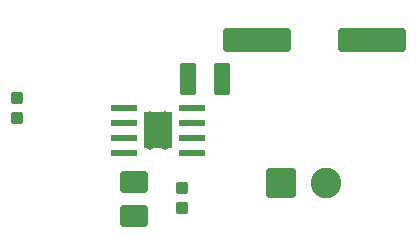
<source format=gts>
%FSLAX25Y25*%
%MOIN*%
G70*
G01*
G75*
G04 Layer_Color=8388736*
%ADD10R,0.09449X0.12205*%
%ADD11R,0.08661X0.01969*%
G04:AMPARAMS|DCode=12|XSize=39.37mil|YSize=35.43mil|CornerRadius=4.43mil|HoleSize=0mil|Usage=FLASHONLY|Rotation=0.000|XOffset=0mil|YOffset=0mil|HoleType=Round|Shape=RoundedRectangle|*
%AMROUNDEDRECTD12*
21,1,0.03937,0.02658,0,0,0.0*
21,1,0.03051,0.03543,0,0,0.0*
1,1,0.00886,0.01526,-0.01329*
1,1,0.00886,-0.01526,-0.01329*
1,1,0.00886,-0.01526,0.01329*
1,1,0.00886,0.01526,0.01329*
%
%ADD12ROUNDEDRECTD12*%
G04:AMPARAMS|DCode=13|XSize=106.3mil|YSize=51.18mil|CornerRadius=6.4mil|HoleSize=0mil|Usage=FLASHONLY|Rotation=90.000|XOffset=0mil|YOffset=0mil|HoleType=Round|Shape=RoundedRectangle|*
%AMROUNDEDRECTD13*
21,1,0.10630,0.03839,0,0,90.0*
21,1,0.09350,0.05118,0,0,90.0*
1,1,0.01280,0.01919,0.04675*
1,1,0.01280,0.01919,-0.04675*
1,1,0.01280,-0.01919,-0.04675*
1,1,0.01280,-0.01919,0.04675*
%
%ADD13ROUNDEDRECTD13*%
G04:AMPARAMS|DCode=14|XSize=90.55mil|YSize=70.87mil|CornerRadius=8.86mil|HoleSize=0mil|Usage=FLASHONLY|Rotation=0.000|XOffset=0mil|YOffset=0mil|HoleType=Round|Shape=RoundedRectangle|*
%AMROUNDEDRECTD14*
21,1,0.09055,0.05315,0,0,0.0*
21,1,0.07284,0.07087,0,0,0.0*
1,1,0.01772,0.03642,-0.02658*
1,1,0.01772,-0.03642,-0.02658*
1,1,0.01772,-0.03642,0.02658*
1,1,0.01772,0.03642,0.02658*
%
%ADD14ROUNDEDRECTD14*%
G04:AMPARAMS|DCode=15|XSize=224.41mil|YSize=78.74mil|CornerRadius=9.84mil|HoleSize=0mil|Usage=FLASHONLY|Rotation=0.000|XOffset=0mil|YOffset=0mil|HoleType=Round|Shape=RoundedRectangle|*
%AMROUNDEDRECTD15*
21,1,0.22441,0.05906,0,0,0.0*
21,1,0.20472,0.07874,0,0,0.0*
1,1,0.01969,0.10236,-0.02953*
1,1,0.01969,-0.10236,-0.02953*
1,1,0.01969,-0.10236,0.02953*
1,1,0.01969,0.10236,0.02953*
%
%ADD15ROUNDEDRECTD15*%
%ADD16C,0.02000*%
%ADD17C,0.03543*%
%ADD18C,0.02756*%
%ADD19C,0.01500*%
%ADD20C,0.01800*%
%ADD21C,0.04000*%
G04:AMPARAMS|DCode=22|XSize=100mil|YSize=100mil|CornerRadius=12.5mil|HoleSize=0mil|Usage=FLASHONLY|Rotation=270.000|XOffset=0mil|YOffset=0mil|HoleType=Round|Shape=RoundedRectangle|*
%AMROUNDEDRECTD22*
21,1,0.10000,0.07500,0,0,270.0*
21,1,0.07500,0.10000,0,0,270.0*
1,1,0.02500,-0.03750,-0.03750*
1,1,0.02500,-0.03750,0.03750*
1,1,0.02500,0.03750,0.03750*
1,1,0.02500,0.03750,-0.03750*
%
%ADD22ROUNDEDRECTD22*%
%ADD23C,0.10000*%
%ADD24C,0.03150*%
%ADD25C,0.02362*%
%ADD26R,0.11811X0.03937*%
%ADD27R,0.07874X0.02756*%
%ADD28C,0.00787*%
%ADD29C,0.00050*%
%ADD30C,0.01969*%
%ADD31C,0.00500*%
%ADD32C,0.01000*%
%ADD33C,0.00600*%
%ADD34C,0.00300*%
%ADD35R,0.26000X0.07000*%
%ADD36R,0.09649X0.12405*%
%ADD37R,0.08861X0.02169*%
G04:AMPARAMS|DCode=38|XSize=41.37mil|YSize=37.43mil|CornerRadius=5.43mil|HoleSize=0mil|Usage=FLASHONLY|Rotation=0.000|XOffset=0mil|YOffset=0mil|HoleType=Round|Shape=RoundedRectangle|*
%AMROUNDEDRECTD38*
21,1,0.04137,0.02658,0,0,0.0*
21,1,0.03051,0.03743,0,0,0.0*
1,1,0.01086,0.01526,-0.01329*
1,1,0.01086,-0.01526,-0.01329*
1,1,0.01086,-0.01526,0.01329*
1,1,0.01086,0.01526,0.01329*
%
%ADD38ROUNDEDRECTD38*%
G04:AMPARAMS|DCode=39|XSize=108.3mil|YSize=53.18mil|CornerRadius=7.4mil|HoleSize=0mil|Usage=FLASHONLY|Rotation=90.000|XOffset=0mil|YOffset=0mil|HoleType=Round|Shape=RoundedRectangle|*
%AMROUNDEDRECTD39*
21,1,0.10830,0.03839,0,0,90.0*
21,1,0.09350,0.05318,0,0,90.0*
1,1,0.01480,0.01919,0.04675*
1,1,0.01480,0.01919,-0.04675*
1,1,0.01480,-0.01919,-0.04675*
1,1,0.01480,-0.01919,0.04675*
%
%ADD39ROUNDEDRECTD39*%
G04:AMPARAMS|DCode=40|XSize=92.55mil|YSize=72.87mil|CornerRadius=9.86mil|HoleSize=0mil|Usage=FLASHONLY|Rotation=0.000|XOffset=0mil|YOffset=0mil|HoleType=Round|Shape=RoundedRectangle|*
%AMROUNDEDRECTD40*
21,1,0.09255,0.05315,0,0,0.0*
21,1,0.07284,0.07287,0,0,0.0*
1,1,0.01972,0.03642,-0.02658*
1,1,0.01972,-0.03642,-0.02658*
1,1,0.01972,-0.03642,0.02658*
1,1,0.01972,0.03642,0.02658*
%
%ADD40ROUNDEDRECTD40*%
G04:AMPARAMS|DCode=41|XSize=226.41mil|YSize=80.74mil|CornerRadius=10.84mil|HoleSize=0mil|Usage=FLASHONLY|Rotation=0.000|XOffset=0mil|YOffset=0mil|HoleType=Round|Shape=RoundedRectangle|*
%AMROUNDEDRECTD41*
21,1,0.22641,0.05906,0,0,0.0*
21,1,0.20472,0.08074,0,0,0.0*
1,1,0.02169,0.10236,-0.02953*
1,1,0.02169,-0.10236,-0.02953*
1,1,0.02169,-0.10236,0.02953*
1,1,0.02169,0.10236,0.02953*
%
%ADD41ROUNDEDRECTD41*%
G04:AMPARAMS|DCode=42|XSize=102mil|YSize=102mil|CornerRadius=13.5mil|HoleSize=0mil|Usage=FLASHONLY|Rotation=270.000|XOffset=0mil|YOffset=0mil|HoleType=Round|Shape=RoundedRectangle|*
%AMROUNDEDRECTD42*
21,1,0.10200,0.07500,0,0,270.0*
21,1,0.07500,0.10200,0,0,270.0*
1,1,0.02700,-0.03750,-0.03750*
1,1,0.02700,-0.03750,0.03750*
1,1,0.02700,0.03750,0.03750*
1,1,0.02700,0.03750,-0.03750*
%
%ADD42ROUNDEDRECTD42*%
%ADD43C,0.10200*%
%ADD44C,0.02562*%
D36*
X560319Y139000D02*
D03*
D37*
X571638Y146500D02*
D03*
Y141500D02*
D03*
Y136500D02*
D03*
Y131500D02*
D03*
X549000D02*
D03*
Y136500D02*
D03*
Y141500D02*
D03*
Y146500D02*
D03*
D38*
X568500Y113154D02*
D03*
Y119846D02*
D03*
X513500Y143154D02*
D03*
Y149846D02*
D03*
D39*
X581709Y156000D02*
D03*
X570291D02*
D03*
D40*
X552500Y121709D02*
D03*
Y110291D02*
D03*
D41*
X593405Y169000D02*
D03*
X631595D02*
D03*
D42*
X601500Y121500D02*
D03*
D43*
X616500D02*
D03*
D44*
X557760Y144118D02*
D03*
Y139000D02*
D03*
Y133882D02*
D03*
X562878D02*
D03*
Y139000D02*
D03*
Y144118D02*
D03*
M02*

</source>
